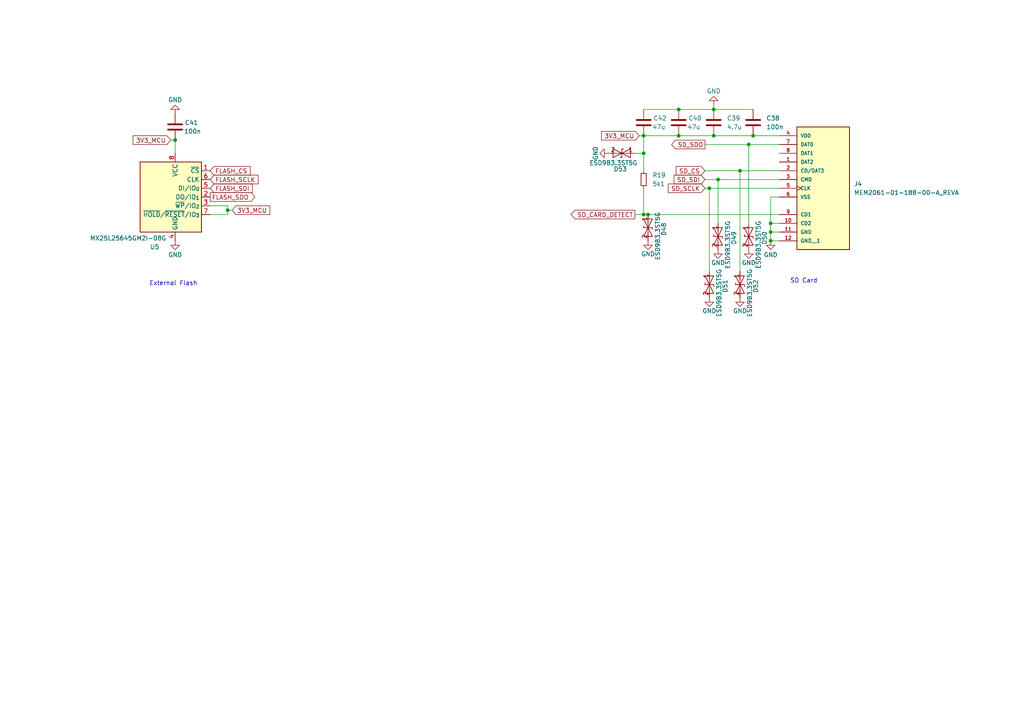
<source format=kicad_sch>
(kicad_sch
	(version 20250114)
	(generator "eeschema")
	(generator_version "9.0")
	(uuid "e03b4ce8-d872-4773-a9f0-a60812209b70")
	(paper "A4")
	(lib_symbols
		(symbol "Device:C"
			(pin_numbers
				(hide yes)
			)
			(pin_names
				(offset 0.254)
			)
			(exclude_from_sim no)
			(in_bom yes)
			(on_board yes)
			(property "Reference" "C"
				(at 0.635 2.54 0)
				(effects
					(font
						(size 1.27 1.27)
					)
					(justify left)
				)
			)
			(property "Value" "C"
				(at 0.635 -2.54 0)
				(effects
					(font
						(size 1.27 1.27)
					)
					(justify left)
				)
			)
			(property "Footprint" ""
				(at 0.9652 -3.81 0)
				(effects
					(font
						(size 1.27 1.27)
					)
					(hide yes)
				)
			)
			(property "Datasheet" "~"
				(at 0 0 0)
				(effects
					(font
						(size 1.27 1.27)
					)
					(hide yes)
				)
			)
			(property "Description" "Unpolarized capacitor"
				(at 0 0 0)
				(effects
					(font
						(size 1.27 1.27)
					)
					(hide yes)
				)
			)
			(property "ki_keywords" "cap capacitor"
				(at 0 0 0)
				(effects
					(font
						(size 1.27 1.27)
					)
					(hide yes)
				)
			)
			(property "ki_fp_filters" "C_*"
				(at 0 0 0)
				(effects
					(font
						(size 1.27 1.27)
					)
					(hide yes)
				)
			)
			(symbol "C_0_1"
				(polyline
					(pts
						(xy -2.032 0.762) (xy 2.032 0.762)
					)
					(stroke
						(width 0.508)
						(type default)
					)
					(fill
						(type none)
					)
				)
				(polyline
					(pts
						(xy -2.032 -0.762) (xy 2.032 -0.762)
					)
					(stroke
						(width 0.508)
						(type default)
					)
					(fill
						(type none)
					)
				)
			)
			(symbol "C_1_1"
				(pin passive line
					(at 0 3.81 270)
					(length 2.794)
					(name "~"
						(effects
							(font
								(size 1.27 1.27)
							)
						)
					)
					(number "1"
						(effects
							(font
								(size 1.27 1.27)
							)
						)
					)
				)
				(pin passive line
					(at 0 -3.81 90)
					(length 2.794)
					(name "~"
						(effects
							(font
								(size 1.27 1.27)
							)
						)
					)
					(number "2"
						(effects
							(font
								(size 1.27 1.27)
							)
						)
					)
				)
			)
			(embedded_fonts no)
		)
		(symbol "Device:R_Small"
			(pin_numbers
				(hide yes)
			)
			(pin_names
				(offset 0.254)
				(hide yes)
			)
			(exclude_from_sim no)
			(in_bom yes)
			(on_board yes)
			(property "Reference" "R"
				(at 0.762 0.508 0)
				(effects
					(font
						(size 1.27 1.27)
					)
					(justify left)
				)
			)
			(property "Value" "R_Small"
				(at 0.762 -1.016 0)
				(effects
					(font
						(size 1.27 1.27)
					)
					(justify left)
				)
			)
			(property "Footprint" ""
				(at 0 0 0)
				(effects
					(font
						(size 1.27 1.27)
					)
					(hide yes)
				)
			)
			(property "Datasheet" "~"
				(at 0 0 0)
				(effects
					(font
						(size 1.27 1.27)
					)
					(hide yes)
				)
			)
			(property "Description" "Resistor, small symbol"
				(at 0 0 0)
				(effects
					(font
						(size 1.27 1.27)
					)
					(hide yes)
				)
			)
			(property "ki_keywords" "R resistor"
				(at 0 0 0)
				(effects
					(font
						(size 1.27 1.27)
					)
					(hide yes)
				)
			)
			(property "ki_fp_filters" "R_*"
				(at 0 0 0)
				(effects
					(font
						(size 1.27 1.27)
					)
					(hide yes)
				)
			)
			(symbol "R_Small_0_1"
				(rectangle
					(start -0.762 1.778)
					(end 0.762 -1.778)
					(stroke
						(width 0.2032)
						(type default)
					)
					(fill
						(type none)
					)
				)
			)
			(symbol "R_Small_1_1"
				(pin passive line
					(at 0 2.54 270)
					(length 0.762)
					(name "~"
						(effects
							(font
								(size 1.27 1.27)
							)
						)
					)
					(number "1"
						(effects
							(font
								(size 1.27 1.27)
							)
						)
					)
				)
				(pin passive line
					(at 0 -2.54 90)
					(length 0.762)
					(name "~"
						(effects
							(font
								(size 1.27 1.27)
							)
						)
					)
					(number "2"
						(effects
							(font
								(size 1.27 1.27)
							)
						)
					)
				)
			)
			(embedded_fonts no)
		)
		(symbol "Diode:ESD9B3.3ST5G"
			(pin_names
				(offset 1.016)
				(hide yes)
			)
			(exclude_from_sim no)
			(in_bom yes)
			(on_board yes)
			(property "Reference" "D"
				(at 0 2.54 0)
				(effects
					(font
						(size 1.27 1.27)
					)
				)
			)
			(property "Value" "ESD9B3.3ST5G"
				(at 0 -2.54 0)
				(effects
					(font
						(size 1.27 1.27)
					)
				)
			)
			(property "Footprint" "Diode_SMD:D_SOD-923"
				(at 0 0 0)
				(effects
					(font
						(size 1.27 1.27)
					)
					(hide yes)
				)
			)
			(property "Datasheet" "https://www.onsemi.com/pub/Collateral/ESD9B-D.PDF"
				(at 0 0 0)
				(effects
					(font
						(size 1.27 1.27)
					)
					(hide yes)
				)
			)
			(property "Description" "ESD protection diode, 3.3Vrwm, SOD-923"
				(at 0 0 0)
				(effects
					(font
						(size 1.27 1.27)
					)
					(hide yes)
				)
			)
			(property "ki_keywords" "diode TVS ESD"
				(at 0 0 0)
				(effects
					(font
						(size 1.27 1.27)
					)
					(hide yes)
				)
			)
			(property "ki_fp_filters" "D*SOD?923*"
				(at 0 0 0)
				(effects
					(font
						(size 1.27 1.27)
					)
					(hide yes)
				)
			)
			(symbol "ESD9B3.3ST5G_0_1"
				(polyline
					(pts
						(xy -2.54 -1.27) (xy 0 0) (xy -2.54 1.27) (xy -2.54 -1.27)
					)
					(stroke
						(width 0.2032)
						(type default)
					)
					(fill
						(type none)
					)
				)
				(polyline
					(pts
						(xy 0.508 1.27) (xy 0 1.27) (xy 0 -1.27) (xy -0.508 -1.27)
					)
					(stroke
						(width 0.2032)
						(type default)
					)
					(fill
						(type none)
					)
				)
				(polyline
					(pts
						(xy 1.27 0) (xy -1.27 0)
					)
					(stroke
						(width 0)
						(type default)
					)
					(fill
						(type none)
					)
				)
				(polyline
					(pts
						(xy 2.54 1.27) (xy 2.54 -1.27) (xy 0 0) (xy 2.54 1.27)
					)
					(stroke
						(width 0.2032)
						(type default)
					)
					(fill
						(type none)
					)
				)
			)
			(symbol "ESD9B3.3ST5G_1_1"
				(pin passive line
					(at -3.81 0 0)
					(length 2.54)
					(name "A1"
						(effects
							(font
								(size 1.27 1.27)
							)
						)
					)
					(number "1"
						(effects
							(font
								(size 1.27 1.27)
							)
						)
					)
				)
				(pin passive line
					(at 3.81 0 180)
					(length 2.54)
					(name "A2"
						(effects
							(font
								(size 1.27 1.27)
							)
						)
					)
					(number "2"
						(effects
							(font
								(size 1.27 1.27)
							)
						)
					)
				)
			)
			(embedded_fonts no)
		)
		(symbol "MEM2061-01-188-00-A_REVA:MEM2061-01-188-00-A_REVA"
			(pin_names
				(offset 1.016)
			)
			(exclude_from_sim no)
			(in_bom yes)
			(on_board yes)
			(property "Reference" "J"
				(at 0 15.2675 0)
				(effects
					(font
						(size 1.27 1.27)
					)
					(justify left bottom)
				)
			)
			(property "Value" "MEM2061-01-188-00-A_REVA"
				(at 0 -22.8815 0)
				(effects
					(font
						(size 1.27 1.27)
					)
					(justify left bottom)
				)
			)
			(property "Footprint" "MEM2061-01-188-00-A_REVA:GCT_MEM2061-01-188-00-A_REVA"
				(at 0 0 0)
				(effects
					(font
						(size 1.27 1.27)
					)
					(justify bottom)
					(hide yes)
				)
			)
			(property "Datasheet" ""
				(at 0 0 0)
				(effects
					(font
						(size 1.27 1.27)
					)
					(hide yes)
				)
			)
			(property "Description" ""
				(at 0 0 0)
				(effects
					(font
						(size 1.27 1.27)
					)
					(hide yes)
				)
			)
			(property "MANUFACTURER" "GCT"
				(at 0 0 0)
				(effects
					(font
						(size 1.27 1.27)
					)
					(justify bottom)
					(hide yes)
				)
			)
			(symbol "MEM2061-01-188-00-A_REVA_0_0"
				(rectangle
					(start 0 -20.32)
					(end 15.24 15.24)
					(stroke
						(width 0.254)
						(type default)
					)
					(fill
						(type background)
					)
				)
				(pin power_in line
					(at -5.08 12.7 0)
					(length 5.08)
					(name "VDD"
						(effects
							(font
								(size 1.016 1.016)
							)
						)
					)
					(number "4"
						(effects
							(font
								(size 1.016 1.016)
							)
						)
					)
				)
				(pin bidirectional line
					(at -5.08 10.16 0)
					(length 5.08)
					(name "DAT0"
						(effects
							(font
								(size 1.016 1.016)
							)
						)
					)
					(number "7"
						(effects
							(font
								(size 1.016 1.016)
							)
						)
					)
				)
				(pin bidirectional line
					(at -5.08 7.62 0)
					(length 5.08)
					(name "DAT1"
						(effects
							(font
								(size 1.016 1.016)
							)
						)
					)
					(number "8"
						(effects
							(font
								(size 1.016 1.016)
							)
						)
					)
				)
				(pin bidirectional line
					(at -5.08 5.08 0)
					(length 5.08)
					(name "DAT2"
						(effects
							(font
								(size 1.016 1.016)
							)
						)
					)
					(number "1"
						(effects
							(font
								(size 1.016 1.016)
							)
						)
					)
				)
				(pin bidirectional line
					(at -5.08 2.54 0)
					(length 5.08)
					(name "CD/DAT3"
						(effects
							(font
								(size 1.016 1.016)
							)
						)
					)
					(number "2"
						(effects
							(font
								(size 1.016 1.016)
							)
						)
					)
				)
				(pin bidirectional line
					(at -5.08 0 0)
					(length 5.08)
					(name "CMD"
						(effects
							(font
								(size 1.016 1.016)
							)
						)
					)
					(number "3"
						(effects
							(font
								(size 1.016 1.016)
							)
						)
					)
				)
				(pin bidirectional clock
					(at -5.08 -2.54 0)
					(length 5.08)
					(name "CLK"
						(effects
							(font
								(size 1.016 1.016)
							)
						)
					)
					(number "5"
						(effects
							(font
								(size 1.016 1.016)
							)
						)
					)
				)
				(pin power_in line
					(at -5.08 -5.08 0)
					(length 5.08)
					(name "VSS"
						(effects
							(font
								(size 1.016 1.016)
							)
						)
					)
					(number "6"
						(effects
							(font
								(size 1.016 1.016)
							)
						)
					)
				)
				(pin passive line
					(at -5.08 -10.16 0)
					(length 5.08)
					(name "CD1"
						(effects
							(font
								(size 1.016 1.016)
							)
						)
					)
					(number "9"
						(effects
							(font
								(size 1.016 1.016)
							)
						)
					)
				)
				(pin passive line
					(at -5.08 -12.7 0)
					(length 5.08)
					(name "CD2"
						(effects
							(font
								(size 1.016 1.016)
							)
						)
					)
					(number "10"
						(effects
							(font
								(size 1.016 1.016)
							)
						)
					)
				)
				(pin power_in line
					(at -5.08 -15.24 0)
					(length 5.08)
					(name "GND"
						(effects
							(font
								(size 1.016 1.016)
							)
						)
					)
					(number "11"
						(effects
							(font
								(size 1.016 1.016)
							)
						)
					)
				)
				(pin power_in line
					(at -5.08 -17.78 0)
					(length 5.08)
					(name "GND__1"
						(effects
							(font
								(size 1.016 1.016)
							)
						)
					)
					(number "12"
						(effects
							(font
								(size 1.016 1.016)
							)
						)
					)
				)
			)
			(embedded_fonts no)
		)
		(symbol "Memory_Flash:W25Q128JVS"
			(exclude_from_sim no)
			(in_bom yes)
			(on_board yes)
			(property "Reference" "U"
				(at -6.35 11.43 0)
				(effects
					(font
						(size 1.27 1.27)
					)
				)
			)
			(property "Value" "W25Q128JVS"
				(at 7.62 11.43 0)
				(effects
					(font
						(size 1.27 1.27)
					)
				)
			)
			(property "Footprint" "Package_SO:SOIC-8_5.3x5.3mm_P1.27mm"
				(at 0 22.86 0)
				(effects
					(font
						(size 1.27 1.27)
					)
					(hide yes)
				)
			)
			(property "Datasheet" "https://www.winbond.com/resource-files/w25q128jv_dtr%20revc%2003272018%20plus.pdf"
				(at 0 25.4 0)
				(effects
					(font
						(size 1.27 1.27)
					)
					(hide yes)
				)
			)
			(property "Description" "128Mbit / 16MiB Serial Flash Memory, Standard/Dual/Quad SPI, 2.7-3.6V, SOIC-8"
				(at 0 27.94 0)
				(effects
					(font
						(size 1.27 1.27)
					)
					(hide yes)
				)
			)
			(property "ki_keywords" "flash memory SPI QPI DTR"
				(at 0 0 0)
				(effects
					(font
						(size 1.27 1.27)
					)
					(hide yes)
				)
			)
			(property "ki_fp_filters" "*SOIC*5.3x5.3mm*P1.27mm*"
				(at 0 0 0)
				(effects
					(font
						(size 1.27 1.27)
					)
					(hide yes)
				)
			)
			(symbol "W25Q128JVS_0_1"
				(rectangle
					(start -7.62 10.16)
					(end 10.16 -10.16)
					(stroke
						(width 0.254)
						(type default)
					)
					(fill
						(type background)
					)
				)
			)
			(symbol "W25Q128JVS_1_1"
				(pin input line
					(at -10.16 7.62 0)
					(length 2.54)
					(name "~{CS}"
						(effects
							(font
								(size 1.27 1.27)
							)
						)
					)
					(number "1"
						(effects
							(font
								(size 1.27 1.27)
							)
						)
					)
				)
				(pin input line
					(at -10.16 5.08 0)
					(length 2.54)
					(name "CLK"
						(effects
							(font
								(size 1.27 1.27)
							)
						)
					)
					(number "6"
						(effects
							(font
								(size 1.27 1.27)
							)
						)
					)
				)
				(pin bidirectional line
					(at -10.16 2.54 0)
					(length 2.54)
					(name "DI/IO_{0}"
						(effects
							(font
								(size 1.27 1.27)
							)
						)
					)
					(number "5"
						(effects
							(font
								(size 1.27 1.27)
							)
						)
					)
				)
				(pin bidirectional line
					(at -10.16 0 0)
					(length 2.54)
					(name "DO/IO_{1}"
						(effects
							(font
								(size 1.27 1.27)
							)
						)
					)
					(number "2"
						(effects
							(font
								(size 1.27 1.27)
							)
						)
					)
				)
				(pin bidirectional line
					(at -10.16 -2.54 0)
					(length 2.54)
					(name "~{WP}/IO_{2}"
						(effects
							(font
								(size 1.27 1.27)
							)
						)
					)
					(number "3"
						(effects
							(font
								(size 1.27 1.27)
							)
						)
					)
				)
				(pin bidirectional line
					(at -10.16 -5.08 0)
					(length 2.54)
					(name "~{HOLD}/~{RESET}/IO_{3}"
						(effects
							(font
								(size 1.27 1.27)
							)
						)
					)
					(number "7"
						(effects
							(font
								(size 1.27 1.27)
							)
						)
					)
				)
				(pin power_in line
					(at 0 12.7 270)
					(length 2.54)
					(name "VCC"
						(effects
							(font
								(size 1.27 1.27)
							)
						)
					)
					(number "8"
						(effects
							(font
								(size 1.27 1.27)
							)
						)
					)
				)
				(pin power_in line
					(at 0 -12.7 90)
					(length 2.54)
					(name "GND"
						(effects
							(font
								(size 1.27 1.27)
							)
						)
					)
					(number "4"
						(effects
							(font
								(size 1.27 1.27)
							)
						)
					)
				)
			)
			(embedded_fonts no)
		)
		(symbol "power:GND"
			(power)
			(pin_numbers
				(hide yes)
			)
			(pin_names
				(offset 0)
				(hide yes)
			)
			(exclude_from_sim no)
			(in_bom yes)
			(on_board yes)
			(property "Reference" "#PWR"
				(at 0 -6.35 0)
				(effects
					(font
						(size 1.27 1.27)
					)
					(hide yes)
				)
			)
			(property "Value" "GND"
				(at 0 -3.81 0)
				(effects
					(font
						(size 1.27 1.27)
					)
				)
			)
			(property "Footprint" ""
				(at 0 0 0)
				(effects
					(font
						(size 1.27 1.27)
					)
					(hide yes)
				)
			)
			(property "Datasheet" ""
				(at 0 0 0)
				(effects
					(font
						(size 1.27 1.27)
					)
					(hide yes)
				)
			)
			(property "Description" "Power symbol creates a global label with name \"GND\" , ground"
				(at 0 0 0)
				(effects
					(font
						(size 1.27 1.27)
					)
					(hide yes)
				)
			)
			(property "ki_keywords" "global power"
				(at 0 0 0)
				(effects
					(font
						(size 1.27 1.27)
					)
					(hide yes)
				)
			)
			(symbol "GND_0_1"
				(polyline
					(pts
						(xy 0 0) (xy 0 -1.27) (xy 1.27 -1.27) (xy 0 -2.54) (xy -1.27 -1.27) (xy 0 -1.27)
					)
					(stroke
						(width 0)
						(type default)
					)
					(fill
						(type none)
					)
				)
			)
			(symbol "GND_1_1"
				(pin power_in line
					(at 0 0 270)
					(length 0)
					(name "~"
						(effects
							(font
								(size 1.27 1.27)
							)
						)
					)
					(number "1"
						(effects
							(font
								(size 1.27 1.27)
							)
						)
					)
				)
			)
			(embedded_fonts no)
		)
	)
	(text "External Flash\n"
		(exclude_from_sim no)
		(at 50.292 82.296 0)
		(effects
			(font
				(size 1.27 1.27)
			)
		)
		(uuid "1eba9532-f4de-4625-9e3d-6cf1c88487a8")
	)
	(text "SD Card"
		(exclude_from_sim no)
		(at 233.172 81.534 0)
		(effects
			(font
				(size 1.27 1.27)
			)
		)
		(uuid "7e85044a-8b10-483f-993e-fa242cef92f7")
	)
	(junction
		(at 186.69 39.37)
		(diameter 0)
		(color 0 0 0 0)
		(uuid "03476d4b-398e-48f6-98cb-c9cbd1ccd250")
	)
	(junction
		(at 196.85 31.75)
		(diameter 0)
		(color 0 0 0 0)
		(uuid "035029b8-4480-49e8-a0f1-45d0e296b1d5")
	)
	(junction
		(at 207.01 39.37)
		(diameter 0)
		(color 0 0 0 0)
		(uuid "049f0a1f-a56b-416a-85df-217dbfcc44db")
	)
	(junction
		(at 223.52 64.77)
		(diameter 0)
		(color 0 0 0 0)
		(uuid "12873c34-97e6-43cd-a432-e3e816884c14")
	)
	(junction
		(at 205.74 54.61)
		(diameter 0)
		(color 0 0 0 0)
		(uuid "262e1890-6959-4928-ac87-37abdb585a9d")
	)
	(junction
		(at 207.01 31.75)
		(diameter 0)
		(color 0 0 0 0)
		(uuid "481a0552-2a3c-4018-92c8-1dd448f8e7ab")
	)
	(junction
		(at 186.69 62.23)
		(diameter 0)
		(color 0 0 0 0)
		(uuid "6196f876-3f9c-4e45-95ec-6b9f91e14c5e")
	)
	(junction
		(at 187.96 62.23)
		(diameter 0)
		(color 0 0 0 0)
		(uuid "727fe005-03b3-4007-b2d1-c2e012452f44")
	)
	(junction
		(at 208.28 52.07)
		(diameter 0)
		(color 0 0 0 0)
		(uuid "72c6bc21-447f-478c-96ef-a6890c1c8675")
	)
	(junction
		(at 186.69 44.45)
		(diameter 0)
		(color 0 0 0 0)
		(uuid "8c756e90-ef83-41b3-8fce-f0e8cd7af0cb")
	)
	(junction
		(at 223.52 67.31)
		(diameter 0)
		(color 0 0 0 0)
		(uuid "917a4b49-8644-4cae-8cbe-b84b7bdae341")
	)
	(junction
		(at 66.04 60.96)
		(diameter 0)
		(color 0 0 0 0)
		(uuid "9fcff73a-4cfe-4353-a0d0-5c0a863ae95b")
	)
	(junction
		(at 218.44 39.37)
		(diameter 0)
		(color 0 0 0 0)
		(uuid "b631206f-21ed-4afb-a627-4cfb0cfb7940")
	)
	(junction
		(at 196.85 39.37)
		(diameter 0)
		(color 0 0 0 0)
		(uuid "d1f51da7-14b0-4c0c-a3a6-ef0719899f36")
	)
	(junction
		(at 214.63 49.53)
		(diameter 0)
		(color 0 0 0 0)
		(uuid "e898484e-4ee2-4387-a9b8-3d57f34bf077")
	)
	(junction
		(at 217.17 41.91)
		(diameter 0)
		(color 0 0 0 0)
		(uuid "ee4c33e3-3a5b-4f34-ade7-757040e5d010")
	)
	(junction
		(at 50.8 40.64)
		(diameter 0)
		(color 0 0 0 0)
		(uuid "f7fc55ca-f253-40ea-8430-4c912b9ba239")
	)
	(junction
		(at 223.52 69.85)
		(diameter 0)
		(color 0 0 0 0)
		(uuid "f9bd59eb-5b69-4c99-b6c6-90ad8a8ae93a")
	)
	(wire
		(pts
			(xy 207.01 39.37) (xy 218.44 39.37)
		)
		(stroke
			(width 0)
			(type default)
		)
		(uuid "034c0c33-417d-4d21-8152-6708e50dfb73")
	)
	(wire
		(pts
			(xy 184.15 44.45) (xy 186.69 44.45)
		)
		(stroke
			(width 0)
			(type default)
		)
		(uuid "09351760-5e5a-4c2c-9396-d55834c387b4")
	)
	(wire
		(pts
			(xy 186.69 39.37) (xy 185.42 39.37)
		)
		(stroke
			(width 0)
			(type default)
		)
		(uuid "0ea5f5e9-f04b-4ff1-a822-6a8340b0ad6f")
	)
	(wire
		(pts
			(xy 207.01 30.48) (xy 207.01 31.75)
		)
		(stroke
			(width 0)
			(type default)
		)
		(uuid "17100041-d30f-40af-8c16-1b85637fc2eb")
	)
	(wire
		(pts
			(xy 217.17 41.91) (xy 226.06 41.91)
		)
		(stroke
			(width 0)
			(type default)
		)
		(uuid "1879aaf5-be26-4761-933c-789c06179568")
	)
	(wire
		(pts
			(xy 223.52 64.77) (xy 226.06 64.77)
		)
		(stroke
			(width 0)
			(type default)
		)
		(uuid "2fcba84b-9ab1-4203-83e6-db2b8d9740d0")
	)
	(wire
		(pts
			(xy 204.47 52.07) (xy 208.28 52.07)
		)
		(stroke
			(width 0)
			(type default)
		)
		(uuid "3158b867-2d29-4dc6-a538-b946a913279b")
	)
	(wire
		(pts
			(xy 187.96 62.23) (xy 226.06 62.23)
		)
		(stroke
			(width 0)
			(type default)
		)
		(uuid "3e6bedd8-ac8a-4da3-8f8e-3da230fe3ac5")
	)
	(wire
		(pts
			(xy 49.53 40.64) (xy 50.8 40.64)
		)
		(stroke
			(width 0)
			(type default)
		)
		(uuid "534780ae-0c56-46fd-aa04-e4f8b8b76ae5")
	)
	(wire
		(pts
			(xy 205.74 54.61) (xy 226.06 54.61)
		)
		(stroke
			(width 0)
			(type default)
		)
		(uuid "558c8112-d643-4a01-a188-18d4ca612489")
	)
	(wire
		(pts
			(xy 223.52 67.31) (xy 223.52 69.85)
		)
		(stroke
			(width 0)
			(type default)
		)
		(uuid "5b38d5e9-50ff-4a2f-ac96-824b4a04142c")
	)
	(wire
		(pts
			(xy 186.69 54.61) (xy 186.69 62.23)
		)
		(stroke
			(width 0)
			(type default)
		)
		(uuid "5bf1ac9b-5436-45a2-9f0d-4b3ef53f67bc")
	)
	(wire
		(pts
			(xy 204.47 54.61) (xy 205.74 54.61)
		)
		(stroke
			(width 0)
			(type default)
		)
		(uuid "6437a363-229a-472a-a670-659af394aac4")
	)
	(wire
		(pts
			(xy 50.8 40.64) (xy 50.8 44.45)
		)
		(stroke
			(width 0)
			(type default)
		)
		(uuid "6f55458a-f35d-47f1-a154-0e957076217e")
	)
	(wire
		(pts
			(xy 196.85 39.37) (xy 207.01 39.37)
		)
		(stroke
			(width 0)
			(type default)
		)
		(uuid "706c9663-9def-40e3-b006-56df815411e3")
	)
	(wire
		(pts
			(xy 208.28 52.07) (xy 208.28 64.77)
		)
		(stroke
			(width 0)
			(type default)
		)
		(uuid "7108de38-4b33-4415-a3c5-2954ddd1c8a4")
	)
	(wire
		(pts
			(xy 205.74 54.61) (xy 205.74 78.74)
		)
		(stroke
			(width 0)
			(type default)
		)
		(uuid "75c28679-42d0-40f3-959e-84f32e21ebb8")
	)
	(wire
		(pts
			(xy 186.69 39.37) (xy 186.69 44.45)
		)
		(stroke
			(width 0)
			(type default)
		)
		(uuid "76bfb47b-9504-4e31-ad22-1ba03d19fbdc")
	)
	(wire
		(pts
			(xy 184.15 62.23) (xy 186.69 62.23)
		)
		(stroke
			(width 0)
			(type default)
		)
		(uuid "7d2d953a-5578-4afc-a9b2-fddb5540992d")
	)
	(wire
		(pts
			(xy 204.47 49.53) (xy 214.63 49.53)
		)
		(stroke
			(width 0)
			(type default)
		)
		(uuid "7d461000-e807-4dea-9ebd-a4671ff20216")
	)
	(wire
		(pts
			(xy 208.28 52.07) (xy 226.06 52.07)
		)
		(stroke
			(width 0)
			(type default)
		)
		(uuid "7fe82926-9eae-42ab-b087-58794f224aef")
	)
	(wire
		(pts
			(xy 207.01 31.75) (xy 218.44 31.75)
		)
		(stroke
			(width 0)
			(type default)
		)
		(uuid "80b8428d-782f-4549-bee6-835773c21127")
	)
	(wire
		(pts
			(xy 66.04 62.23) (xy 60.96 62.23)
		)
		(stroke
			(width 0)
			(type default)
		)
		(uuid "84196d88-c5de-40c2-9fd4-4e4e7284a533")
	)
	(wire
		(pts
			(xy 223.52 69.85) (xy 226.06 69.85)
		)
		(stroke
			(width 0)
			(type default)
		)
		(uuid "8dc048d3-62ec-4ae6-afae-9a795ac3d9bd")
	)
	(wire
		(pts
			(xy 223.52 57.15) (xy 223.52 64.77)
		)
		(stroke
			(width 0)
			(type default)
		)
		(uuid "8e68a862-ecc4-4ec5-bfc4-1588850a60c1")
	)
	(wire
		(pts
			(xy 204.47 41.91) (xy 217.17 41.91)
		)
		(stroke
			(width 0)
			(type default)
		)
		(uuid "963b1886-e676-4932-8384-6a3bc6de58c1")
	)
	(wire
		(pts
			(xy 223.52 67.31) (xy 226.06 67.31)
		)
		(stroke
			(width 0)
			(type default)
		)
		(uuid "9ab7d993-ee61-4583-9e6e-e884ee962c75")
	)
	(wire
		(pts
			(xy 66.04 59.69) (xy 60.96 59.69)
		)
		(stroke
			(width 0)
			(type default)
		)
		(uuid "a67e3b88-c05f-4b23-9552-5b65a559a7b9")
	)
	(wire
		(pts
			(xy 186.69 44.45) (xy 186.69 49.53)
		)
		(stroke
			(width 0)
			(type default)
		)
		(uuid "b082f9cd-f1cf-4a94-8a62-1dd557c48036")
	)
	(wire
		(pts
			(xy 186.69 31.75) (xy 196.85 31.75)
		)
		(stroke
			(width 0)
			(type default)
		)
		(uuid "bae71515-c0af-4f41-91c3-ca8e45f44fe7")
	)
	(wire
		(pts
			(xy 186.69 39.37) (xy 196.85 39.37)
		)
		(stroke
			(width 0)
			(type default)
		)
		(uuid "bc34eaf7-4256-47d0-ac5c-406b5c15460d")
	)
	(wire
		(pts
			(xy 196.85 31.75) (xy 207.01 31.75)
		)
		(stroke
			(width 0)
			(type default)
		)
		(uuid "bc75078a-b5e9-4dec-8fe3-2d74e046a637")
	)
	(wire
		(pts
			(xy 66.04 60.96) (xy 66.04 62.23)
		)
		(stroke
			(width 0)
			(type default)
		)
		(uuid "c6aa22b1-f571-42fe-b0ac-0f270a3a1d58")
	)
	(wire
		(pts
			(xy 67.31 60.96) (xy 66.04 60.96)
		)
		(stroke
			(width 0)
			(type default)
		)
		(uuid "cc1c506f-72ad-42d6-8704-bdea84385b85")
	)
	(wire
		(pts
			(xy 223.52 64.77) (xy 223.52 67.31)
		)
		(stroke
			(width 0)
			(type default)
		)
		(uuid "db46e811-497b-4520-8e86-ccb4735c6365")
	)
	(wire
		(pts
			(xy 214.63 49.53) (xy 214.63 78.74)
		)
		(stroke
			(width 0)
			(type default)
		)
		(uuid "dbb76113-bbc8-4a50-b625-e574ad859673")
	)
	(wire
		(pts
			(xy 218.44 39.37) (xy 226.06 39.37)
		)
		(stroke
			(width 0)
			(type default)
		)
		(uuid "dcb802f7-299d-4955-a08c-6afac3aee198")
	)
	(wire
		(pts
			(xy 214.63 49.53) (xy 226.06 49.53)
		)
		(stroke
			(width 0)
			(type default)
		)
		(uuid "ea66304a-a918-4fe2-b9bf-abb16009a950")
	)
	(wire
		(pts
			(xy 186.69 62.23) (xy 187.96 62.23)
		)
		(stroke
			(width 0)
			(type default)
		)
		(uuid "eb6b6d32-1748-4240-bc3d-dd521720e876")
	)
	(wire
		(pts
			(xy 226.06 57.15) (xy 223.52 57.15)
		)
		(stroke
			(width 0)
			(type default)
		)
		(uuid "edec8fbd-eee1-42f5-a737-d21318e551a9")
	)
	(wire
		(pts
			(xy 66.04 60.96) (xy 66.04 59.69)
		)
		(stroke
			(width 0)
			(type default)
		)
		(uuid "ee0d354c-3db4-4aa9-bd47-095f6117c116")
	)
	(wire
		(pts
			(xy 217.17 41.91) (xy 217.17 64.77)
		)
		(stroke
			(width 0)
			(type default)
		)
		(uuid "fdd44e5a-f73e-4e3f-a057-35388cb0f6f6")
	)
	(global_label "SD_CARD_DETECT"
		(shape output)
		(at 184.15 62.23 180)
		(fields_autoplaced yes)
		(effects
			(font
				(size 1.27 1.27)
			)
			(justify right)
		)
		(uuid "09625102-d378-4fd9-9bbb-0f20ac9deacb")
		(property "Intersheetrefs" "${INTERSHEET_REFS}"
			(at 165.0783 62.23 0)
			(effects
				(font
					(size 1.27 1.27)
				)
				(justify right)
				(hide yes)
			)
		)
	)
	(global_label "SD_SDO"
		(shape output)
		(at 204.47 41.91 180)
		(fields_autoplaced yes)
		(effects
			(font
				(size 1.27 1.27)
			)
			(justify right)
		)
		(uuid "100af578-99cd-496e-b6b2-0ed8d94f3bbd")
		(property "Intersheetrefs" "${INTERSHEET_REFS}"
			(at 194.2277 41.91 0)
			(effects
				(font
					(size 1.27 1.27)
				)
				(justify right)
				(hide yes)
			)
		)
	)
	(global_label "SD_CS"
		(shape input)
		(at 204.47 49.53 180)
		(fields_autoplaced yes)
		(effects
			(font
				(size 1.27 1.27)
			)
			(justify right)
		)
		(uuid "516786b6-c529-4371-8be8-656b327a5dd3")
		(property "Intersheetrefs" "${INTERSHEET_REFS}"
			(at 195.5582 49.53 0)
			(effects
				(font
					(size 1.27 1.27)
				)
				(justify right)
				(hide yes)
			)
		)
	)
	(global_label "SD_SCLK"
		(shape input)
		(at 204.47 54.61 180)
		(fields_autoplaced yes)
		(effects
			(font
				(size 1.27 1.27)
			)
			(justify right)
		)
		(uuid "520909d2-8f8f-4221-8625-dc47b4d12720")
		(property "Intersheetrefs" "${INTERSHEET_REFS}"
			(at 193.2601 54.61 0)
			(effects
				(font
					(size 1.27 1.27)
				)
				(justify right)
				(hide yes)
			)
		)
	)
	(global_label "FLASH_SDO"
		(shape output)
		(at 60.96 57.15 0)
		(fields_autoplaced yes)
		(effects
			(font
				(size 1.27 1.27)
			)
			(justify left)
		)
		(uuid "5b863213-13b1-4fb8-b563-d2418fec985a")
		(property "Intersheetrefs" "${INTERSHEET_REFS}"
			(at 74.4681 57.15 0)
			(effects
				(font
					(size 1.27 1.27)
				)
				(justify left)
				(hide yes)
			)
		)
	)
	(global_label "3V3_MCU"
		(shape input)
		(at 185.42 39.37 180)
		(fields_autoplaced yes)
		(effects
			(font
				(size 1.27 1.27)
			)
			(justify right)
		)
		(uuid "72ca387a-bcc7-4387-8cd7-08b0d2651966")
		(property "Intersheetrefs" "${INTERSHEET_REFS}"
			(at 173.9077 39.37 0)
			(effects
				(font
					(size 1.27 1.27)
				)
				(justify right)
				(hide yes)
			)
		)
	)
	(global_label "SD_SDI"
		(shape input)
		(at 204.47 52.07 180)
		(fields_autoplaced yes)
		(effects
			(font
				(size 1.27 1.27)
			)
			(justify right)
		)
		(uuid "94c77552-cd1a-4c0c-87e8-15e51ecc3bce")
		(property "Intersheetrefs" "${INTERSHEET_REFS}"
			(at 194.9534 52.07 0)
			(effects
				(font
					(size 1.27 1.27)
				)
				(justify right)
				(hide yes)
			)
		)
	)
	(global_label "FLASH_SCLK"
		(shape input)
		(at 60.96 52.07 0)
		(fields_autoplaced yes)
		(effects
			(font
				(size 1.27 1.27)
			)
			(justify left)
		)
		(uuid "aa8f504a-830b-4835-ac9e-bc0484b16771")
		(property "Intersheetrefs" "${INTERSHEET_REFS}"
			(at 75.4357 52.07 0)
			(effects
				(font
					(size 1.27 1.27)
				)
				(justify left)
				(hide yes)
			)
		)
	)
	(global_label "FLASH_SDI"
		(shape input)
		(at 60.96 54.61 0)
		(fields_autoplaced yes)
		(effects
			(font
				(size 1.27 1.27)
			)
			(justify left)
		)
		(uuid "c117b8ce-bd6c-4983-8425-4a40dce9a361")
		(property "Intersheetrefs" "${INTERSHEET_REFS}"
			(at 73.7424 54.61 0)
			(effects
				(font
					(size 1.27 1.27)
				)
				(justify left)
				(hide yes)
			)
		)
	)
	(global_label "FLASH_CS"
		(shape input)
		(at 60.96 49.53 0)
		(fields_autoplaced yes)
		(effects
			(font
				(size 1.27 1.27)
			)
			(justify left)
		)
		(uuid "c1e8ab82-e998-4a3d-a55a-36d5f7e19eeb")
		(property "Intersheetrefs" "${INTERSHEET_REFS}"
			(at 73.1376 49.53 0)
			(effects
				(font
					(size 1.27 1.27)
				)
				(justify left)
				(hide yes)
			)
		)
	)
	(global_label "3V3_MCU"
		(shape input)
		(at 67.31 60.96 0)
		(fields_autoplaced yes)
		(effects
			(font
				(size 1.27 1.27)
			)
			(justify left)
		)
		(uuid "dfb6e2ea-913f-45af-a388-b7102f65f07f")
		(property "Intersheetrefs" "${INTERSHEET_REFS}"
			(at 78.8223 60.96 0)
			(effects
				(font
					(size 1.27 1.27)
				)
				(justify left)
				(hide yes)
			)
		)
	)
	(global_label "3V3_MCU"
		(shape input)
		(at 49.53 40.64 180)
		(fields_autoplaced yes)
		(effects
			(font
				(size 1.27 1.27)
			)
			(justify right)
		)
		(uuid "f24e11bb-1677-4b54-b4a5-eb571701f7b1")
		(property "Intersheetrefs" "${INTERSHEET_REFS}"
			(at 38.0177 40.64 0)
			(effects
				(font
					(size 1.27 1.27)
				)
				(justify right)
				(hide yes)
			)
		)
	)
	(symbol
		(lib_id "power:GND")
		(at 208.28 72.39 0)
		(unit 1)
		(exclude_from_sim no)
		(in_bom yes)
		(on_board yes)
		(dnp no)
		(uuid "0486f16b-7303-4c28-9566-e2afe809649d")
		(property "Reference" "#PWR063"
			(at 208.28 78.74 0)
			(effects
				(font
					(size 1.27 1.27)
				)
				(hide yes)
			)
		)
		(property "Value" "GND"
			(at 208.28 76.2 0)
			(effects
				(font
					(size 1.27 1.27)
				)
			)
		)
		(property "Footprint" ""
			(at 208.28 72.39 0)
			(effects
				(font
					(size 1.27 1.27)
				)
				(hide yes)
			)
		)
		(property "Datasheet" ""
			(at 208.28 72.39 0)
			(effects
				(font
					(size 1.27 1.27)
				)
				(hide yes)
			)
		)
		(property "Description" "Power symbol creates a global label with name \"GND\" , ground"
			(at 208.28 72.39 0)
			(effects
				(font
					(size 1.27 1.27)
				)
				(hide yes)
			)
		)
		(pin "1"
			(uuid "bca4654e-6953-4000-b898-4ceffaabc67e")
		)
		(instances
			(project "OSS Radio Hardware Design"
				(path "/fd5c68a7-f5d0-4135-a258-bde3ebf63307/f2573a87-f70c-4caf-8131-0e6b13f03101"
					(reference "#PWR063")
					(unit 1)
				)
			)
		)
	)
	(symbol
		(lib_id "Device:R_Small")
		(at 186.69 52.07 180)
		(unit 1)
		(exclude_from_sim no)
		(in_bom yes)
		(on_board yes)
		(dnp no)
		(fields_autoplaced yes)
		(uuid "05f4fade-b011-484a-9531-a8ad339b544f")
		(property "Reference" "R19"
			(at 189.23 50.7999 0)
			(effects
				(font
					(size 1.27 1.27)
				)
				(justify right)
			)
		)
		(property "Value" "5k1"
			(at 189.23 53.3399 0)
			(effects
				(font
					(size 1.27 1.27)
				)
				(justify right)
			)
		)
		(property "Footprint" "Resistor_SMD:R_0603_1608Metric_Pad0.98x0.95mm_HandSolder"
			(at 186.69 52.07 0)
			(effects
				(font
					(size 1.27 1.27)
				)
				(hide yes)
			)
		)
		(property "Datasheet" "~"
			(at 186.69 52.07 0)
			(effects
				(font
					(size 1.27 1.27)
				)
				(hide yes)
			)
		)
		(property "Description" "Resistor, small symbol"
			(at 186.69 52.07 0)
			(effects
				(font
					(size 1.27 1.27)
				)
				(hide yes)
			)
		)
		(pin "1"
			(uuid "62ef9288-1bcc-415a-b8f4-0edca73f70ac")
		)
		(pin "2"
			(uuid "064061bb-1a19-4c89-b635-fdf1f5c9dab5")
		)
		(instances
			(project "OSS Radio Hardware Design"
				(path "/fd5c68a7-f5d0-4135-a258-bde3ebf63307/f2573a87-f70c-4caf-8131-0e6b13f03101"
					(reference "R19")
					(unit 1)
				)
			)
		)
	)
	(symbol
		(lib_id "MEM2061-01-188-00-A_REVA:MEM2061-01-188-00-A_REVA")
		(at 231.14 52.07 0)
		(unit 1)
		(exclude_from_sim no)
		(in_bom yes)
		(on_board yes)
		(dnp no)
		(fields_autoplaced yes)
		(uuid "0d6fc34c-a68b-4a1b-97ec-037451a93a2c")
		(property "Reference" "J4"
			(at 247.65 53.3399 0)
			(effects
				(font
					(size 1.27 1.27)
				)
				(justify left)
			)
		)
		(property "Value" "MEM2061-01-188-00-A_REVA"
			(at 247.65 55.8799 0)
			(effects
				(font
					(size 1.27 1.27)
				)
				(justify left)
			)
		)
		(property "Footprint" "MEM2061:GCT_MEM2061-01-188-00-A_REVA"
			(at 231.14 52.07 0)
			(effects
				(font
					(size 1.27 1.27)
				)
				(justify bottom)
				(hide yes)
			)
		)
		(property "Datasheet" ""
			(at 231.14 52.07 0)
			(effects
				(font
					(size 1.27 1.27)
				)
				(hide yes)
			)
		)
		(property "Description" ""
			(at 231.14 52.07 0)
			(effects
				(font
					(size 1.27 1.27)
				)
				(hide yes)
			)
		)
		(property "MANUFACTURER" "GCT"
			(at 231.14 52.07 0)
			(effects
				(font
					(size 1.27 1.27)
				)
				(justify bottom)
				(hide yes)
			)
		)
		(pin "4"
			(uuid "a7e18dfc-0f99-4e53-aaae-bab8ef467055")
		)
		(pin "5"
			(uuid "e98e038d-e1dd-4de8-b428-417bdc975cd0")
		)
		(pin "3"
			(uuid "bf8673e0-140f-4ef4-8a53-bc00c7f09427")
		)
		(pin "8"
			(uuid "cd049740-65ab-4ded-b656-2b712ba58197")
		)
		(pin "1"
			(uuid "33f22dc8-8ce1-47f0-bdad-59c14fd34daf")
		)
		(pin "2"
			(uuid "da3ed0df-1e4e-41e4-b3bc-e5960e52ef0f")
		)
		(pin "7"
			(uuid "859b8048-d28f-4551-b975-e98a8fbb388e")
		)
		(pin "10"
			(uuid "b2be7c02-644d-4db1-9cda-8cafc71a7f24")
		)
		(pin "9"
			(uuid "e3eec66b-87a5-4454-98b9-a25bd2d89ec1")
		)
		(pin "6"
			(uuid "ecc4fe07-959a-4daf-8b9d-48d2e5d1a1c3")
		)
		(pin "12"
			(uuid "ea70047a-2774-4e37-9bae-717e22176811")
		)
		(pin "11"
			(uuid "ae22bd85-9b88-47ad-a29c-13b30c6032ad")
		)
		(instances
			(project ""
				(path "/fd5c68a7-f5d0-4135-a258-bde3ebf63307/f2573a87-f70c-4caf-8131-0e6b13f03101"
					(reference "J4")
					(unit 1)
				)
			)
		)
	)
	(symbol
		(lib_id "power:GND")
		(at 205.74 86.36 0)
		(unit 1)
		(exclude_from_sim no)
		(in_bom yes)
		(on_board yes)
		(dnp no)
		(uuid "0fe644d0-8708-48e9-90a7-14d35ad16a54")
		(property "Reference" "#PWR065"
			(at 205.74 92.71 0)
			(effects
				(font
					(size 1.27 1.27)
				)
				(hide yes)
			)
		)
		(property "Value" "GND"
			(at 205.74 90.17 0)
			(effects
				(font
					(size 1.27 1.27)
				)
			)
		)
		(property "Footprint" ""
			(at 205.74 86.36 0)
			(effects
				(font
					(size 1.27 1.27)
				)
				(hide yes)
			)
		)
		(property "Datasheet" ""
			(at 205.74 86.36 0)
			(effects
				(font
					(size 1.27 1.27)
				)
				(hide yes)
			)
		)
		(property "Description" "Power symbol creates a global label with name \"GND\" , ground"
			(at 205.74 86.36 0)
			(effects
				(font
					(size 1.27 1.27)
				)
				(hide yes)
			)
		)
		(pin "1"
			(uuid "f78a7381-4820-4d37-8866-d34a10605123")
		)
		(instances
			(project "OSS Radio Hardware Design"
				(path "/fd5c68a7-f5d0-4135-a258-bde3ebf63307/f2573a87-f70c-4caf-8131-0e6b13f03101"
					(reference "#PWR065")
					(unit 1)
				)
			)
		)
	)
	(symbol
		(lib_id "Diode:ESD9B3.3ST5G")
		(at 217.17 68.58 270)
		(unit 1)
		(exclude_from_sim no)
		(in_bom yes)
		(on_board yes)
		(dnp no)
		(uuid "34cbc8e0-6a3d-4752-b68f-f1da0f6b26f7")
		(property "Reference" "D50"
			(at 221.742 67.056 0)
			(effects
				(font
					(size 1.27 1.27)
				)
				(justify left)
			)
		)
		(property "Value" "ESD9B3.3ST5G"
			(at 219.964 64.008 0)
			(effects
				(font
					(size 1.27 1.27)
				)
				(justify left)
			)
		)
		(property "Footprint" "Diode_SMD:D_SOD-923"
			(at 217.17 68.58 0)
			(effects
				(font
					(size 1.27 1.27)
				)
				(hide yes)
			)
		)
		(property "Datasheet" "https://www.onsemi.com/pub/Collateral/ESD9B-D.PDF"
			(at 217.17 68.58 0)
			(effects
				(font
					(size 1.27 1.27)
				)
				(hide yes)
			)
		)
		(property "Description" "ESD protection diode, 3.3Vrwm, SOD-923"
			(at 217.17 68.58 0)
			(effects
				(font
					(size 1.27 1.27)
				)
				(hide yes)
			)
		)
		(pin "1"
			(uuid "4805ac48-d352-4572-b2fc-48d1a91cd94e")
		)
		(pin "2"
			(uuid "71da333d-ee17-4625-8375-408239965190")
		)
		(instances
			(project "OSS Radio Hardware Design"
				(path "/fd5c68a7-f5d0-4135-a258-bde3ebf63307/f2573a87-f70c-4caf-8131-0e6b13f03101"
					(reference "D50")
					(unit 1)
				)
			)
		)
	)
	(symbol
		(lib_id "power:GND")
		(at 214.63 86.36 0)
		(unit 1)
		(exclude_from_sim no)
		(in_bom yes)
		(on_board yes)
		(dnp no)
		(uuid "368f496c-5cec-486e-b302-7327a2b83804")
		(property "Reference" "#PWR066"
			(at 214.63 92.71 0)
			(effects
				(font
					(size 1.27 1.27)
				)
				(hide yes)
			)
		)
		(property "Value" "GND"
			(at 214.63 90.17 0)
			(effects
				(font
					(size 1.27 1.27)
				)
			)
		)
		(property "Footprint" ""
			(at 214.63 86.36 0)
			(effects
				(font
					(size 1.27 1.27)
				)
				(hide yes)
			)
		)
		(property "Datasheet" ""
			(at 214.63 86.36 0)
			(effects
				(font
					(size 1.27 1.27)
				)
				(hide yes)
			)
		)
		(property "Description" "Power symbol creates a global label with name \"GND\" , ground"
			(at 214.63 86.36 0)
			(effects
				(font
					(size 1.27 1.27)
				)
				(hide yes)
			)
		)
		(pin "1"
			(uuid "9246b2a6-523e-4b4d-ad6d-08f79dc427df")
		)
		(instances
			(project "OSS Radio Hardware Design"
				(path "/fd5c68a7-f5d0-4135-a258-bde3ebf63307/f2573a87-f70c-4caf-8131-0e6b13f03101"
					(reference "#PWR066")
					(unit 1)
				)
			)
		)
	)
	(symbol
		(lib_id "power:GND")
		(at 217.17 72.39 0)
		(unit 1)
		(exclude_from_sim no)
		(in_bom yes)
		(on_board yes)
		(dnp no)
		(uuid "386171de-3596-4134-8b4a-f4c0f8fddd5f")
		(property "Reference" "#PWR064"
			(at 217.17 78.74 0)
			(effects
				(font
					(size 1.27 1.27)
				)
				(hide yes)
			)
		)
		(property "Value" "GND"
			(at 217.17 76.2 0)
			(effects
				(font
					(size 1.27 1.27)
				)
			)
		)
		(property "Footprint" ""
			(at 217.17 72.39 0)
			(effects
				(font
					(size 1.27 1.27)
				)
				(hide yes)
			)
		)
		(property "Datasheet" ""
			(at 217.17 72.39 0)
			(effects
				(font
					(size 1.27 1.27)
				)
				(hide yes)
			)
		)
		(property "Description" "Power symbol creates a global label with name \"GND\" , ground"
			(at 217.17 72.39 0)
			(effects
				(font
					(size 1.27 1.27)
				)
				(hide yes)
			)
		)
		(pin "1"
			(uuid "27ae3300-464b-4ddd-a540-ce0e2aa96ad7")
		)
		(instances
			(project "OSS Radio Hardware Design"
				(path "/fd5c68a7-f5d0-4135-a258-bde3ebf63307/f2573a87-f70c-4caf-8131-0e6b13f03101"
					(reference "#PWR064")
					(unit 1)
				)
			)
		)
	)
	(symbol
		(lib_id "power:GND")
		(at 50.8 69.85 0)
		(unit 1)
		(exclude_from_sim no)
		(in_bom yes)
		(on_board yes)
		(dnp no)
		(uuid "5b475802-7130-4fc7-97af-9900d8e73945")
		(property "Reference" "#PWR027"
			(at 50.8 76.2 0)
			(effects
				(font
					(size 1.27 1.27)
				)
				(hide yes)
			)
		)
		(property "Value" "GND"
			(at 50.8 73.914 0)
			(effects
				(font
					(size 1.27 1.27)
				)
			)
		)
		(property "Footprint" ""
			(at 50.8 69.85 0)
			(effects
				(font
					(size 1.27 1.27)
				)
				(hide yes)
			)
		)
		(property "Datasheet" ""
			(at 50.8 69.85 0)
			(effects
				(font
					(size 1.27 1.27)
				)
				(hide yes)
			)
		)
		(property "Description" "Power symbol creates a global label with name \"GND\" , ground"
			(at 50.8 69.85 0)
			(effects
				(font
					(size 1.27 1.27)
				)
				(hide yes)
			)
		)
		(pin "1"
			(uuid "aaedee61-be08-40ce-aa65-4d8be50cbc44")
		)
		(instances
			(project "OSS Radio Hardware Design"
				(path "/fd5c68a7-f5d0-4135-a258-bde3ebf63307/f2573a87-f70c-4caf-8131-0e6b13f03101"
					(reference "#PWR027")
					(unit 1)
				)
			)
		)
	)
	(symbol
		(lib_id "Diode:ESD9B3.3ST5G")
		(at 187.96 66.04 270)
		(unit 1)
		(exclude_from_sim no)
		(in_bom yes)
		(on_board yes)
		(dnp no)
		(uuid "6231183b-740f-4c5f-892b-c8bba091c5e1")
		(property "Reference" "D48"
			(at 192.532 64.516 0)
			(effects
				(font
					(size 1.27 1.27)
				)
				(justify left)
			)
		)
		(property "Value" "ESD9B3.3ST5G"
			(at 190.754 61.468 0)
			(effects
				(font
					(size 1.27 1.27)
				)
				(justify left)
			)
		)
		(property "Footprint" "Diode_SMD:D_SOD-923"
			(at 187.96 66.04 0)
			(effects
				(font
					(size 1.27 1.27)
				)
				(hide yes)
			)
		)
		(property "Datasheet" "https://www.onsemi.com/pub/Collateral/ESD9B-D.PDF"
			(at 187.96 66.04 0)
			(effects
				(font
					(size 1.27 1.27)
				)
				(hide yes)
			)
		)
		(property "Description" "ESD protection diode, 3.3Vrwm, SOD-923"
			(at 187.96 66.04 0)
			(effects
				(font
					(size 1.27 1.27)
				)
				(hide yes)
			)
		)
		(pin "1"
			(uuid "eef40fc1-3aa4-4e33-b0f2-25c557e9dd16")
		)
		(pin "2"
			(uuid "8615a5d3-d4de-4990-aa76-11d284067268")
		)
		(instances
			(project "OSS Radio Hardware Design"
				(path "/fd5c68a7-f5d0-4135-a258-bde3ebf63307/f2573a87-f70c-4caf-8131-0e6b13f03101"
					(reference "D48")
					(unit 1)
				)
			)
		)
	)
	(symbol
		(lib_id "Diode:ESD9B3.3ST5G")
		(at 208.28 68.58 270)
		(unit 1)
		(exclude_from_sim no)
		(in_bom yes)
		(on_board yes)
		(dnp no)
		(uuid "69e351b2-15bb-479c-9752-127717095ed8")
		(property "Reference" "D49"
			(at 212.852 67.056 0)
			(effects
				(font
					(size 1.27 1.27)
				)
				(justify left)
			)
		)
		(property "Value" "ESD9B3.3ST5G"
			(at 211.074 64.008 0)
			(effects
				(font
					(size 1.27 1.27)
				)
				(justify left)
			)
		)
		(property "Footprint" "Diode_SMD:D_SOD-923"
			(at 208.28 68.58 0)
			(effects
				(font
					(size 1.27 1.27)
				)
				(hide yes)
			)
		)
		(property "Datasheet" "https://www.onsemi.com/pub/Collateral/ESD9B-D.PDF"
			(at 208.28 68.58 0)
			(effects
				(font
					(size 1.27 1.27)
				)
				(hide yes)
			)
		)
		(property "Description" "ESD protection diode, 3.3Vrwm, SOD-923"
			(at 208.28 68.58 0)
			(effects
				(font
					(size 1.27 1.27)
				)
				(hide yes)
			)
		)
		(pin "1"
			(uuid "eca9df0e-10bc-4e40-b9dc-fa09b5a9411e")
		)
		(pin "2"
			(uuid "62955ac3-c93a-49e5-86aa-6411d8d97d0a")
		)
		(instances
			(project "OSS Radio Hardware Design"
				(path "/fd5c68a7-f5d0-4135-a258-bde3ebf63307/f2573a87-f70c-4caf-8131-0e6b13f03101"
					(reference "D49")
					(unit 1)
				)
			)
		)
	)
	(symbol
		(lib_id "Device:C")
		(at 196.85 35.56 0)
		(unit 1)
		(exclude_from_sim no)
		(in_bom yes)
		(on_board yes)
		(dnp no)
		(uuid "71527f28-ed28-460c-aed2-0d5942a2c233")
		(property "Reference" "C40"
			(at 199.644 34.29 0)
			(effects
				(font
					(size 1.27 1.27)
				)
				(justify left)
			)
		)
		(property "Value" "47u"
			(at 199.39 36.83 0)
			(effects
				(font
					(size 1.27 1.27)
				)
				(justify left)
			)
		)
		(property "Footprint" "Capacitor_SMD:C_1206_3216Metric_Pad1.33x1.80mm_HandSolder"
			(at 197.8152 39.37 0)
			(effects
				(font
					(size 1.27 1.27)
				)
				(hide yes)
			)
		)
		(property "Datasheet" "~"
			(at 196.85 35.56 0)
			(effects
				(font
					(size 1.27 1.27)
				)
				(hide yes)
			)
		)
		(property "Description" "Unpolarized capacitor"
			(at 196.85 35.56 0)
			(effects
				(font
					(size 1.27 1.27)
				)
				(hide yes)
			)
		)
		(pin "1"
			(uuid "f0a5a1fc-d3c9-4fed-b81d-994f508bd553")
		)
		(pin "2"
			(uuid "2f4012f7-1c98-4438-9fa4-ab7c3134c96a")
		)
		(instances
			(project "OSS Radio Hardware Design"
				(path "/fd5c68a7-f5d0-4135-a258-bde3ebf63307/f2573a87-f70c-4caf-8131-0e6b13f03101"
					(reference "C40")
					(unit 1)
				)
			)
		)
	)
	(symbol
		(lib_id "Diode:ESD9B3.3ST5G")
		(at 180.34 44.45 180)
		(unit 1)
		(exclude_from_sim no)
		(in_bom yes)
		(on_board yes)
		(dnp no)
		(uuid "7484e042-72ef-4624-b1a8-279dfdab678e")
		(property "Reference" "D53"
			(at 181.864 49.022 0)
			(effects
				(font
					(size 1.27 1.27)
				)
				(justify left)
			)
		)
		(property "Value" "ESD9B3.3ST5G"
			(at 184.912 47.244 0)
			(effects
				(font
					(size 1.27 1.27)
				)
				(justify left)
			)
		)
		(property "Footprint" "Diode_SMD:D_SOD-923"
			(at 180.34 44.45 0)
			(effects
				(font
					(size 1.27 1.27)
				)
				(hide yes)
			)
		)
		(property "Datasheet" "https://www.onsemi.com/pub/Collateral/ESD9B-D.PDF"
			(at 180.34 44.45 0)
			(effects
				(font
					(size 1.27 1.27)
				)
				(hide yes)
			)
		)
		(property "Description" "ESD protection diode, 3.3Vrwm, SOD-923"
			(at 180.34 44.45 0)
			(effects
				(font
					(size 1.27 1.27)
				)
				(hide yes)
			)
		)
		(pin "1"
			(uuid "4fc6b860-05b5-41ee-a112-9d37c2a46321")
		)
		(pin "2"
			(uuid "75ca8d30-52d7-4a05-8602-1c6fc3e7df01")
		)
		(instances
			(project "OSS Radio Hardware Design"
				(path "/fd5c68a7-f5d0-4135-a258-bde3ebf63307/f2573a87-f70c-4caf-8131-0e6b13f03101"
					(reference "D53")
					(unit 1)
				)
			)
		)
	)
	(symbol
		(lib_id "power:GND")
		(at 176.53 44.45 270)
		(unit 1)
		(exclude_from_sim no)
		(in_bom yes)
		(on_board yes)
		(dnp no)
		(uuid "76beb8a8-1e96-4ab1-9a17-afba763591e0")
		(property "Reference" "#PWR067"
			(at 170.18 44.45 0)
			(effects
				(font
					(size 1.27 1.27)
				)
				(hide yes)
			)
		)
		(property "Value" "GND"
			(at 172.72 44.45 0)
			(effects
				(font
					(size 1.27 1.27)
				)
			)
		)
		(property "Footprint" ""
			(at 176.53 44.45 0)
			(effects
				(font
					(size 1.27 1.27)
				)
				(hide yes)
			)
		)
		(property "Datasheet" ""
			(at 176.53 44.45 0)
			(effects
				(font
					(size 1.27 1.27)
				)
				(hide yes)
			)
		)
		(property "Description" "Power symbol creates a global label with name \"GND\" , ground"
			(at 176.53 44.45 0)
			(effects
				(font
					(size 1.27 1.27)
				)
				(hide yes)
			)
		)
		(pin "1"
			(uuid "90c31a0a-72b7-49d6-a72e-c701da5745c0")
		)
		(instances
			(project "OSS Radio Hardware Design"
				(path "/fd5c68a7-f5d0-4135-a258-bde3ebf63307/f2573a87-f70c-4caf-8131-0e6b13f03101"
					(reference "#PWR067")
					(unit 1)
				)
			)
		)
	)
	(symbol
		(lib_id "Diode:ESD9B3.3ST5G")
		(at 205.74 82.55 270)
		(unit 1)
		(exclude_from_sim no)
		(in_bom yes)
		(on_board yes)
		(dnp no)
		(uuid "7a6d650c-9dbd-4954-a95a-32c139336dc0")
		(property "Reference" "D51"
			(at 210.312 81.026 0)
			(effects
				(font
					(size 1.27 1.27)
				)
				(justify left)
			)
		)
		(property "Value" "ESD9B3.3ST5G"
			(at 208.534 77.978 0)
			(effects
				(font
					(size 1.27 1.27)
				)
				(justify left)
			)
		)
		(property "Footprint" "Diode_SMD:D_SOD-923"
			(at 205.74 82.55 0)
			(effects
				(font
					(size 1.27 1.27)
				)
				(hide yes)
			)
		)
		(property "Datasheet" "https://www.onsemi.com/pub/Collateral/ESD9B-D.PDF"
			(at 205.74 82.55 0)
			(effects
				(font
					(size 1.27 1.27)
				)
				(hide yes)
			)
		)
		(property "Description" "ESD protection diode, 3.3Vrwm, SOD-923"
			(at 205.74 82.55 0)
			(effects
				(font
					(size 1.27 1.27)
				)
				(hide yes)
			)
		)
		(pin "1"
			(uuid "3a1a6dc3-51ba-4267-9c9a-7b30f6826790")
		)
		(pin "2"
			(uuid "39181928-4fa7-4149-ad2d-206f75a91d6c")
		)
		(instances
			(project "OSS Radio Hardware Design"
				(path "/fd5c68a7-f5d0-4135-a258-bde3ebf63307/f2573a87-f70c-4caf-8131-0e6b13f03101"
					(reference "D51")
					(unit 1)
				)
			)
		)
	)
	(symbol
		(lib_id "power:GND")
		(at 50.8 33.02 180)
		(unit 1)
		(exclude_from_sim no)
		(in_bom yes)
		(on_board yes)
		(dnp no)
		(uuid "89c7f420-871b-4a38-bbf1-59cb1969a816")
		(property "Reference" "#PWR028"
			(at 50.8 26.67 0)
			(effects
				(font
					(size 1.27 1.27)
				)
				(hide yes)
			)
		)
		(property "Value" "GND"
			(at 50.8 28.956 0)
			(effects
				(font
					(size 1.27 1.27)
				)
			)
		)
		(property "Footprint" ""
			(at 50.8 33.02 0)
			(effects
				(font
					(size 1.27 1.27)
				)
				(hide yes)
			)
		)
		(property "Datasheet" ""
			(at 50.8 33.02 0)
			(effects
				(font
					(size 1.27 1.27)
				)
				(hide yes)
			)
		)
		(property "Description" "Power symbol creates a global label with name \"GND\" , ground"
			(at 50.8 33.02 0)
			(effects
				(font
					(size 1.27 1.27)
				)
				(hide yes)
			)
		)
		(pin "1"
			(uuid "9a45cd58-505a-47b2-bef4-2747110cd28f")
		)
		(instances
			(project "OSS Radio Hardware Design"
				(path "/fd5c68a7-f5d0-4135-a258-bde3ebf63307/f2573a87-f70c-4caf-8131-0e6b13f03101"
					(reference "#PWR028")
					(unit 1)
				)
			)
		)
	)
	(symbol
		(lib_id "Device:C")
		(at 207.01 35.56 0)
		(unit 1)
		(exclude_from_sim no)
		(in_bom yes)
		(on_board yes)
		(dnp no)
		(fields_autoplaced yes)
		(uuid "8ac3be9b-e02a-4a47-ae3a-19463d550f73")
		(property "Reference" "C39"
			(at 210.82 34.2899 0)
			(effects
				(font
					(size 1.27 1.27)
				)
				(justify left)
			)
		)
		(property "Value" "4.7u"
			(at 210.82 36.8299 0)
			(effects
				(font
					(size 1.27 1.27)
				)
				(justify left)
			)
		)
		(property "Footprint" "Capacitor_SMD:C_0603_1608Metric_Pad1.08x0.95mm_HandSolder"
			(at 207.9752 39.37 0)
			(effects
				(font
					(size 1.27 1.27)
				)
				(hide yes)
			)
		)
		(property "Datasheet" "~"
			(at 207.01 35.56 0)
			(effects
				(font
					(size 1.27 1.27)
				)
				(hide yes)
			)
		)
		(property "Description" "Unpolarized capacitor"
			(at 207.01 35.56 0)
			(effects
				(font
					(size 1.27 1.27)
				)
				(hide yes)
			)
		)
		(pin "1"
			(uuid "f272a3d2-af94-4fe5-93ee-40736efa3218")
		)
		(pin "2"
			(uuid "39af4d8c-1fee-4f34-829d-51dc0c5873a1")
		)
		(instances
			(project "OSS Radio Hardware Design"
				(path "/fd5c68a7-f5d0-4135-a258-bde3ebf63307/f2573a87-f70c-4caf-8131-0e6b13f03101"
					(reference "C39")
					(unit 1)
				)
			)
		)
	)
	(symbol
		(lib_id "power:GND")
		(at 223.52 69.85 0)
		(unit 1)
		(exclude_from_sim no)
		(in_bom yes)
		(on_board yes)
		(dnp no)
		(uuid "93c61275-7e19-4b7d-96c4-a3ff4ad49fd4")
		(property "Reference" "#PWR025"
			(at 223.52 76.2 0)
			(effects
				(font
					(size 1.27 1.27)
				)
				(hide yes)
			)
		)
		(property "Value" "GND"
			(at 223.52 73.914 0)
			(effects
				(font
					(size 1.27 1.27)
				)
			)
		)
		(property "Footprint" ""
			(at 223.52 69.85 0)
			(effects
				(font
					(size 1.27 1.27)
				)
				(hide yes)
			)
		)
		(property "Datasheet" ""
			(at 223.52 69.85 0)
			(effects
				(font
					(size 1.27 1.27)
				)
				(hide yes)
			)
		)
		(property "Description" "Power symbol creates a global label with name \"GND\" , ground"
			(at 223.52 69.85 0)
			(effects
				(font
					(size 1.27 1.27)
				)
				(hide yes)
			)
		)
		(pin "1"
			(uuid "42e5aba5-6a90-4a47-bbb6-bd1e8116bac4")
		)
		(instances
			(project "OSS Radio Hardware Design"
				(path "/fd5c68a7-f5d0-4135-a258-bde3ebf63307/f2573a87-f70c-4caf-8131-0e6b13f03101"
					(reference "#PWR025")
					(unit 1)
				)
			)
		)
	)
	(symbol
		(lib_id "Memory_Flash:W25Q128JVS")
		(at 50.8 57.15 0)
		(mirror y)
		(unit 1)
		(exclude_from_sim no)
		(in_bom yes)
		(on_board yes)
		(dnp no)
		(uuid "a28d2d0b-d200-4bdf-8a67-e3c33c0e3012")
		(property "Reference" "U5"
			(at 46.228 71.628 0)
			(effects
				(font
					(size 1.27 1.27)
				)
				(justify left)
			)
		)
		(property "Value" "MX25L25645GM2I-08G"
			(at 48.26 69.088 0)
			(effects
				(font
					(size 1.27 1.27)
				)
				(justify left)
			)
		)
		(property "Footprint" "Package_SO:SOIC-8_5.3x5.3mm_P1.27mm"
			(at 50.8 34.29 0)
			(effects
				(font
					(size 1.27 1.27)
				)
				(hide yes)
			)
		)
		(property "Datasheet" ""
			(at 50.8 31.75 0)
			(effects
				(font
					(size 1.27 1.27)
				)
				(hide yes)
			)
		)
		(property "Description" ""
			(at 50.8 29.21 0)
			(effects
				(font
					(size 1.27 1.27)
				)
				(hide yes)
			)
		)
		(pin "6"
			(uuid "a10a0722-6ef9-4053-b56b-39b8b4c6d888")
		)
		(pin "3"
			(uuid "91bb8aaa-4c83-4a96-b322-42626074c9f7")
		)
		(pin "7"
			(uuid "c43e2905-71b7-4bb0-beeb-93a7b52dc641")
		)
		(pin "4"
			(uuid "6b59e348-5f3e-4ed5-8345-a637b2fda101")
		)
		(pin "5"
			(uuid "a5ae03ec-4d29-4661-97ab-0f13618f4cec")
		)
		(pin "8"
			(uuid "9fa74bb5-6d32-4057-9cd3-0122de7f52a6")
		)
		(pin "2"
			(uuid "0545344b-785b-4b55-be61-9645572279fd")
		)
		(pin "1"
			(uuid "3826dad7-b19b-4d93-b46b-0685738f370d")
		)
		(instances
			(project "OSS Radio Hardware Design"
				(path "/fd5c68a7-f5d0-4135-a258-bde3ebf63307/f2573a87-f70c-4caf-8131-0e6b13f03101"
					(reference "U5")
					(unit 1)
				)
			)
		)
	)
	(symbol
		(lib_id "Device:C")
		(at 50.8 36.83 0)
		(unit 1)
		(exclude_from_sim no)
		(in_bom yes)
		(on_board yes)
		(dnp no)
		(uuid "ad97e5ad-52a0-4b39-acfd-fcd323b63e21")
		(property "Reference" "C41"
			(at 53.594 35.56 0)
			(effects
				(font
					(size 1.27 1.27)
				)
				(justify left)
			)
		)
		(property "Value" "100n"
			(at 53.34 38.1 0)
			(effects
				(font
					(size 1.27 1.27)
				)
				(justify left)
			)
		)
		(property "Footprint" "Capacitor_SMD:C_0402_1005Metric_Pad0.74x0.62mm_HandSolder"
			(at 51.7652 40.64 0)
			(effects
				(font
					(size 1.27 1.27)
				)
				(hide yes)
			)
		)
		(property "Datasheet" "~"
			(at 50.8 36.83 0)
			(effects
				(font
					(size 1.27 1.27)
				)
				(hide yes)
			)
		)
		(property "Description" "Unpolarized capacitor"
			(at 50.8 36.83 0)
			(effects
				(font
					(size 1.27 1.27)
				)
				(hide yes)
			)
		)
		(pin "1"
			(uuid "8860a2fc-989e-4363-8fb6-4cb785a400e5")
		)
		(pin "2"
			(uuid "f8dd4640-1246-4289-ab34-c5e83a01d028")
		)
		(instances
			(project "OSS Radio Hardware Design"
				(path "/fd5c68a7-f5d0-4135-a258-bde3ebf63307/f2573a87-f70c-4caf-8131-0e6b13f03101"
					(reference "C41")
					(unit 1)
				)
			)
		)
	)
	(symbol
		(lib_id "Device:C")
		(at 186.69 35.56 0)
		(unit 1)
		(exclude_from_sim no)
		(in_bom yes)
		(on_board yes)
		(dnp no)
		(uuid "c0848fd8-5a9d-431d-8f33-747c7895800d")
		(property "Reference" "C42"
			(at 189.484 34.29 0)
			(effects
				(font
					(size 1.27 1.27)
				)
				(justify left)
			)
		)
		(property "Value" "47u"
			(at 189.23 36.83 0)
			(effects
				(font
					(size 1.27 1.27)
				)
				(justify left)
			)
		)
		(property "Footprint" "Capacitor_SMD:C_1206_3216Metric_Pad1.33x1.80mm_HandSolder"
			(at 187.6552 39.37 0)
			(effects
				(font
					(size 1.27 1.27)
				)
				(hide yes)
			)
		)
		(property "Datasheet" "~"
			(at 186.69 35.56 0)
			(effects
				(font
					(size 1.27 1.27)
				)
				(hide yes)
			)
		)
		(property "Description" "Unpolarized capacitor"
			(at 186.69 35.56 0)
			(effects
				(font
					(size 1.27 1.27)
				)
				(hide yes)
			)
		)
		(pin "1"
			(uuid "d757eed1-666f-48cf-89ed-63ba09131d38")
		)
		(pin "2"
			(uuid "e41b0aca-198c-452e-9d61-71d921ef9c53")
		)
		(instances
			(project "OSS Radio Hardware Design"
				(path "/fd5c68a7-f5d0-4135-a258-bde3ebf63307/f2573a87-f70c-4caf-8131-0e6b13f03101"
					(reference "C42")
					(unit 1)
				)
			)
		)
	)
	(symbol
		(lib_id "power:GND")
		(at 207.01 30.48 180)
		(unit 1)
		(exclude_from_sim no)
		(in_bom yes)
		(on_board yes)
		(dnp no)
		(uuid "c48111fa-e046-436a-8435-1c70fcb5eff3")
		(property "Reference" "#PWR026"
			(at 207.01 24.13 0)
			(effects
				(font
					(size 1.27 1.27)
				)
				(hide yes)
			)
		)
		(property "Value" "GND"
			(at 207.01 26.416 0)
			(effects
				(font
					(size 1.27 1.27)
				)
			)
		)
		(property "Footprint" ""
			(at 207.01 30.48 0)
			(effects
				(font
					(size 1.27 1.27)
				)
				(hide yes)
			)
		)
		(property "Datasheet" ""
			(at 207.01 30.48 0)
			(effects
				(font
					(size 1.27 1.27)
				)
				(hide yes)
			)
		)
		(property "Description" "Power symbol creates a global label with name \"GND\" , ground"
			(at 207.01 30.48 0)
			(effects
				(font
					(size 1.27 1.27)
				)
				(hide yes)
			)
		)
		(pin "1"
			(uuid "76c46b31-1dc6-4497-8361-851899a8600c")
		)
		(instances
			(project "OSS Radio Hardware Design"
				(path "/fd5c68a7-f5d0-4135-a258-bde3ebf63307/f2573a87-f70c-4caf-8131-0e6b13f03101"
					(reference "#PWR026")
					(unit 1)
				)
			)
		)
	)
	(symbol
		(lib_id "Device:C")
		(at 218.44 35.56 0)
		(unit 1)
		(exclude_from_sim no)
		(in_bom yes)
		(on_board yes)
		(dnp no)
		(fields_autoplaced yes)
		(uuid "e3532c59-5f0e-418e-80be-b92bb819acde")
		(property "Reference" "C38"
			(at 222.25 34.2899 0)
			(effects
				(font
					(size 1.27 1.27)
				)
				(justify left)
			)
		)
		(property "Value" "100n"
			(at 222.25 36.8299 0)
			(effects
				(font
					(size 1.27 1.27)
				)
				(justify left)
			)
		)
		(property "Footprint" "Capacitor_SMD:C_0402_1005Metric_Pad0.74x0.62mm_HandSolder"
			(at 219.4052 39.37 0)
			(effects
				(font
					(size 1.27 1.27)
				)
				(hide yes)
			)
		)
		(property "Datasheet" "~"
			(at 218.44 35.56 0)
			(effects
				(font
					(size 1.27 1.27)
				)
				(hide yes)
			)
		)
		(property "Description" "Unpolarized capacitor"
			(at 218.44 35.56 0)
			(effects
				(font
					(size 1.27 1.27)
				)
				(hide yes)
			)
		)
		(pin "1"
			(uuid "69c146b4-325d-4456-ae7e-649e2e8cb690")
		)
		(pin "2"
			(uuid "c488c4c7-eebd-4513-b958-da41f1ec56a1")
		)
		(instances
			(project "OSS Radio Hardware Design"
				(path "/fd5c68a7-f5d0-4135-a258-bde3ebf63307/f2573a87-f70c-4caf-8131-0e6b13f03101"
					(reference "C38")
					(unit 1)
				)
			)
		)
	)
	(symbol
		(lib_id "power:GND")
		(at 187.96 69.85 0)
		(unit 1)
		(exclude_from_sim no)
		(in_bom yes)
		(on_board yes)
		(dnp no)
		(uuid "eb1d982b-44b3-4066-8afb-5e8e960f408a")
		(property "Reference" "#PWR062"
			(at 187.96 76.2 0)
			(effects
				(font
					(size 1.27 1.27)
				)
				(hide yes)
			)
		)
		(property "Value" "GND"
			(at 187.96 73.66 0)
			(effects
				(font
					(size 1.27 1.27)
				)
			)
		)
		(property "Footprint" ""
			(at 187.96 69.85 0)
			(effects
				(font
					(size 1.27 1.27)
				)
				(hide yes)
			)
		)
		(property "Datasheet" ""
			(at 187.96 69.85 0)
			(effects
				(font
					(size 1.27 1.27)
				)
				(hide yes)
			)
		)
		(property "Description" "Power symbol creates a global label with name \"GND\" , ground"
			(at 187.96 69.85 0)
			(effects
				(font
					(size 1.27 1.27)
				)
				(hide yes)
			)
		)
		(pin "1"
			(uuid "b6c1835c-b2e7-4f24-973a-e02533400725")
		)
		(instances
			(project "OSS Radio Hardware Design"
				(path "/fd5c68a7-f5d0-4135-a258-bde3ebf63307/f2573a87-f70c-4caf-8131-0e6b13f03101"
					(reference "#PWR062")
					(unit 1)
				)
			)
		)
	)
	(symbol
		(lib_id "Diode:ESD9B3.3ST5G")
		(at 214.63 82.55 270)
		(unit 1)
		(exclude_from_sim no)
		(in_bom yes)
		(on_board yes)
		(dnp no)
		(uuid "f6d32f72-08ca-4716-b747-43d3d6102722")
		(property "Reference" "D52"
			(at 219.202 81.026 0)
			(effects
				(font
					(size 1.27 1.27)
				)
				(justify left)
			)
		)
		(property "Value" "ESD9B3.3ST5G"
			(at 217.424 77.978 0)
			(effects
				(font
					(size 1.27 1.27)
				)
				(justify left)
			)
		)
		(property "Footprint" "Diode_SMD:D_SOD-923"
			(at 214.63 82.55 0)
			(effects
				(font
					(size 1.27 1.27)
				)
				(hide yes)
			)
		)
		(property "Datasheet" "https://www.onsemi.com/pub/Collateral/ESD9B-D.PDF"
			(at 214.63 82.55 0)
			(effects
				(font
					(size 1.27 1.27)
				)
				(hide yes)
			)
		)
		(property "Description" "ESD protection diode, 3.3Vrwm, SOD-923"
			(at 214.63 82.55 0)
			(effects
				(font
					(size 1.27 1.27)
				)
				(hide yes)
			)
		)
		(pin "1"
			(uuid "3d10dc2f-3cb6-4e66-b6f0-d41151e1eafd")
		)
		(pin "2"
			(uuid "adee9638-86c4-4495-9a87-3ffd7870c5ba")
		)
		(instances
			(project "OSS Radio Hardware Design"
				(path "/fd5c68a7-f5d0-4135-a258-bde3ebf63307/f2573a87-f70c-4caf-8131-0e6b13f03101"
					(reference "D52")
					(unit 1)
				)
			)
		)
	)
)

</source>
